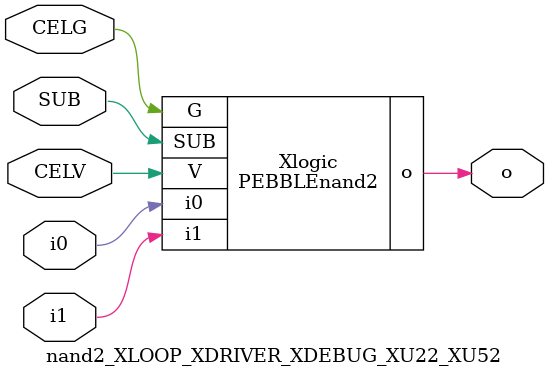
<source format=v>



module PEBBLEnand2 ( o, G, SUB, V, i0, i1 );

  input i0;
  input V;
  input i1;
  input G;
  output o;
  input SUB;
endmodule

//Celera Confidential Do Not Copy nand2_XLOOP_XDRIVER_XDEBUG_XU22_XU52
//Celera Confidential Symbol Generator
//5V NAND2
module nand2_XLOOP_XDRIVER_XDEBUG_XU22_XU52 (CELV,CELG,i0,i1,o,SUB);
input CELV;
input CELG;
input i0;
input i1;
input SUB;
output o;

//Celera Confidential Do Not Copy nand2
PEBBLEnand2 Xlogic(
.V (CELV),
.i0 (i0),
.i1 (i1),
.o (o),
.SUB (SUB),
.G (CELG)
);
//,diesize,PEBBLEnand2

//Celera Confidential Do Not Copy Module End
//Celera Schematic Generator
endmodule

</source>
